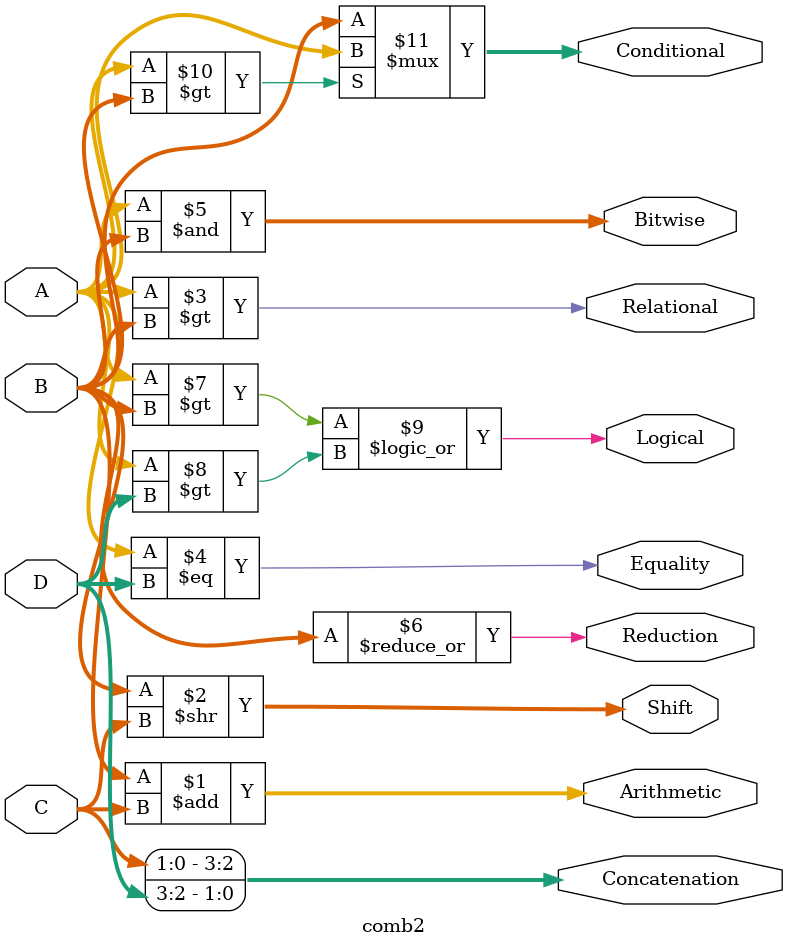
<source format=v>
`timescale 1ns/1ps

module comb2 (
    input  [3:0] A,
    input  [3:0] B,
    input  [3:0] C,
    input  [3:0] D,
    output [3:0] Arithmetic,
    output [3:0] Shift,
    output        Relational,
    output        Equality,
    output [3:0] Bitwise,
    output        Reduction,
    output        Logical,
    output [3:0] Concatenation,
    output [3:0] Conditional
);

    assign Arithmetic     =  B + C;
    assign Shift          =  B >> C;
    assign Relational     = (A >  B);
    assign Equality       = (A == D);
    assign Bitwise        =  A &  B;
    assign Reduction      = |B;
    assign Logical        = (A > B) || (A > D);
    assign Concatenation  = {C[1:0], D[3:2]};
    assign Conditional    = (A > B) ?  A : B;

endmodule

</source>
